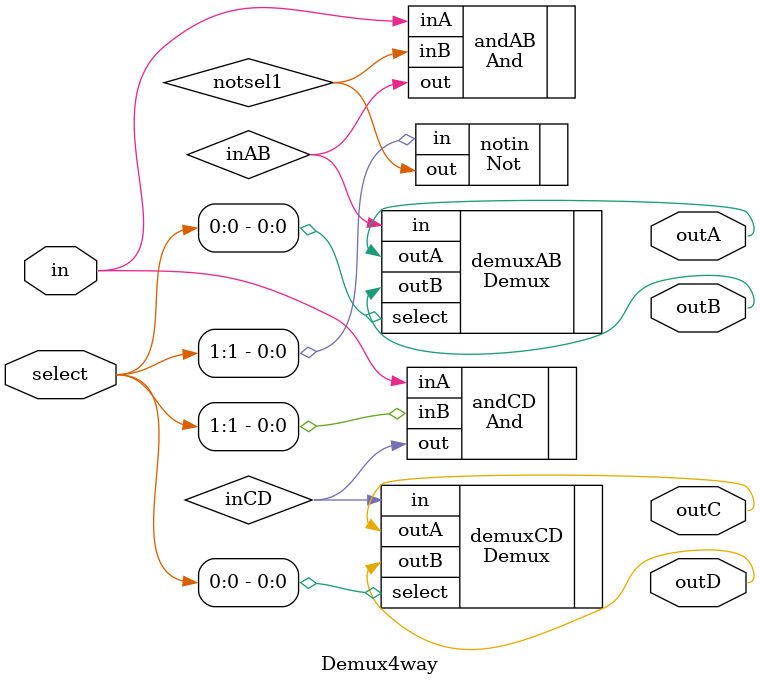
<source format=v>
`ifndef _DEMUX4WAY
`define _DEMUX4WAY
`include "Demux.v"
`include "And.v"
`include "Not.v"

module Demux4way(in, select, outA, outB, outC, outD);
    input  wire in;
    input  wire [1:0] select;
    output wire outA;
    output wire outB;
    output wire outC;
    output wire outD;

    wire notsel1;
    wire inAB;
    wire inCD;

    Not notin(.out(notsel1), .in(select[1]));
    And andAB(.out(inAB), .inA(in), .inB(notsel1));
    And andCD(.out(inCD), .inA(in), .inB(select[1]));

    Demux demuxAB(.in(inAB), .select(select[0]), .outA(outA), .outB(outB));
    Demux demuxCD(.in(inCD), .select(select[0]), .outA(outC), .outB(outD));
endmodule
`endif

</source>
